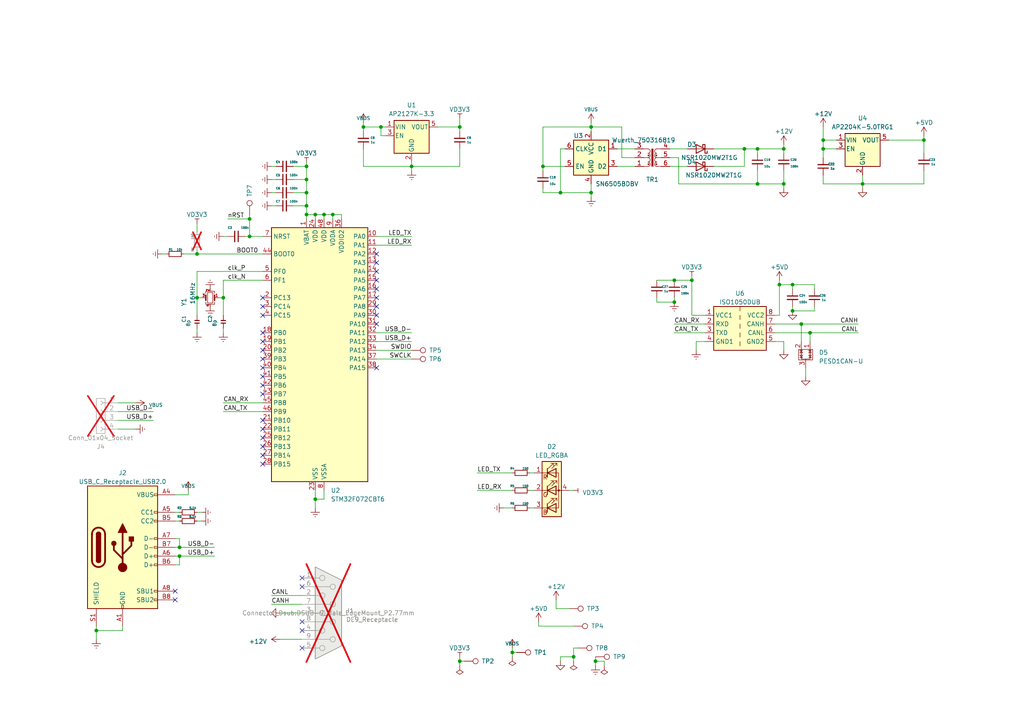
<source format=kicad_sch>
(kicad_sch (version 20230121) (generator eeschema)
  (paper "A4")
  (junction (at 200.66 81.28))
  (junction (at 172.72 191.77))
  (junction (at 57.15 73.66))
  (junction (at 148.59 189.23))
  (junction (at 119.38 48.26))
  (junction (at 93.98 62.23))
  (junction (at 229.87 82.55))
  (junction (at 88.9 55.88))
  (junction (at 219.71 53.34))
  (junction (at 171.45 55.88))
  (junction (at 72.39 68.58))
  (junction (at 52.07 161.29))
  (junction (at 57.15 86.36))
  (junction (at 219.71 43.18))
  (junction (at 88.9 48.26))
  (junction (at 234.95 96.52))
  (junction (at 72.39 63.5))
  (junction (at 162.56 55.88))
  (junction (at 96.52 62.23))
  (junction (at 171.45 36.83))
  (junction (at 195.58 87.63))
  (junction (at 52.07 158.75))
  (junction (at 232.41 93.98))
  (junction (at 227.33 53.34))
  (junction (at 238.76 40.64))
  (junction (at 88.9 62.23))
  (junction (at 195.58 81.28))
  (junction (at 250.19 53.34))
  (junction (at 267.97 40.64))
  (junction (at 238.76 43.18))
  (junction (at 166.37 190.5))
  (junction (at 88.9 59.69))
  (junction (at 229.87 90.17))
  (junction (at 110.49 36.83))
  (junction (at 227.33 43.18))
  (junction (at 105.41 36.83))
  (junction (at 133.35 191.77))
  (junction (at 226.06 82.55))
  (junction (at 27.94 182.88))
  (junction (at 133.35 36.83))
  (junction (at 157.48 48.26))
  (junction (at 64.77 86.36))
  (junction (at 88.9 52.07))
  (junction (at 91.44 144.78))
  (junction (at 91.44 62.23))
  (junction (at 215.9 43.18))
  (no_connect (at 50.8 171.45))
  (no_connect (at 76.2 99.06))
  (no_connect (at 76.2 96.52))
  (no_connect (at 76.2 86.36))
  (no_connect (at 50.8 173.99))
  (no_connect (at 76.2 111.76))
  (no_connect (at 109.22 88.9))
  (no_connect (at 76.2 124.46))
  (no_connect (at 109.22 81.28))
  (no_connect (at 109.22 73.66))
  (no_connect (at 109.22 83.82))
  (no_connect (at 87.63 187.96))
  (no_connect (at 109.22 78.74))
  (no_connect (at 109.22 76.2))
  (no_connect (at 87.63 182.88))
  (no_connect (at 109.22 86.36))
  (no_connect (at 109.22 106.68))
  (no_connect (at 76.2 109.22))
  (no_connect (at 109.22 91.44))
  (no_connect (at 76.2 129.54))
  (no_connect (at 76.2 88.9))
  (no_connect (at 87.63 167.64))
  (no_connect (at 76.2 127))
  (no_connect (at 76.2 91.44))
  (no_connect (at 76.2 106.68))
  (no_connect (at 87.63 180.34))
  (no_connect (at 76.2 121.92))
  (no_connect (at 87.63 170.18))
  (no_connect (at 76.2 114.3))
  (no_connect (at 76.2 101.6))
  (no_connect (at 109.22 93.98))
  (no_connect (at 76.2 104.14))
  (no_connect (at 76.2 132.08))
  (no_connect (at 76.2 134.62))
  (wire (pts (xy 236.22 90.17) (xy 229.87 90.17)))
  (wire (pts (xy 162.56 190.5) (xy 166.37 190.5)))
  (wire (pts (xy 171.45 53.34) (xy 171.45 55.88)))
  (wire (pts (xy 153.67 137.16) (xy 154.94 137.16)))
  (wire (pts (xy 171.45 36.83) (xy 171.45 38.1)))
  (wire (pts (xy 88.9 62.23) (xy 91.44 62.23)))
  (wire (pts (xy 267.97 39.37) (xy 267.97 40.64)))
  (wire (pts (xy 257.81 40.64) (xy 267.97 40.64)))
  (wire (pts (xy 119.38 46.99) (xy 119.38 48.26)))
  (wire (pts (xy 250.19 50.8) (xy 250.19 53.34)))
  (wire (pts (xy 133.35 43.18) (xy 133.35 48.26)))
  (wire (pts (xy 161.29 176.53) (xy 165.1 176.53)))
  (wire (pts (xy 46.99 73.66) (xy 48.26 73.66)))
  (wire (pts (xy 93.98 142.24) (xy 93.98 144.78)))
  (wire (pts (xy 250.19 53.34) (xy 238.76 53.34)))
  (wire (pts (xy 234.95 96.52) (xy 224.79 96.52)))
  (wire (pts (xy 50.8 158.75) (xy 52.07 158.75)))
  (wire (pts (xy 93.98 62.23) (xy 96.52 62.23)))
  (wire (pts (xy 133.35 191.77) (xy 133.35 193.04)))
  (wire (pts (xy 162.56 55.88) (xy 171.45 55.88)))
  (wire (pts (xy 138.43 137.16) (xy 148.59 137.16)))
  (wire (pts (xy 238.76 40.64) (xy 242.57 40.64)))
  (wire (pts (xy 238.76 43.18) (xy 238.76 45.72)))
  (wire (pts (xy 85.09 52.07) (xy 88.9 52.07)))
  (wire (pts (xy 157.48 48.26) (xy 157.48 36.83)))
  (wire (pts (xy 201.93 99.06) (xy 201.93 101.6)))
  (wire (pts (xy 35.56 181.61) (xy 35.56 182.88)))
  (wire (pts (xy 119.38 48.26) (xy 119.38 49.53)))
  (wire (pts (xy 184.15 45.72) (xy 180.34 45.72)))
  (wire (pts (xy 88.9 59.69) (xy 88.9 62.23)))
  (wire (pts (xy 64.77 119.38) (xy 76.2 119.38)))
  (wire (pts (xy 57.15 96.52) (xy 57.15 95.25)))
  (wire (pts (xy 71.12 68.58) (xy 72.39 68.58)))
  (wire (pts (xy 219.71 53.34) (xy 227.33 53.34)))
  (wire (pts (xy 224.79 99.06) (xy 227.33 99.06)))
  (wire (pts (xy 88.9 55.88) (xy 88.9 59.69)))
  (wire (pts (xy 156.21 181.61) (xy 166.37 181.61)))
  (wire (pts (xy 200.66 91.44) (xy 204.47 91.44)))
  (wire (pts (xy 157.48 55.88) (xy 162.56 55.88)))
  (wire (pts (xy 194.31 45.72) (xy 196.85 45.72)))
  (wire (pts (xy 119.38 68.58) (xy 109.22 68.58)))
  (wire (pts (xy 236.22 82.55) (xy 229.87 82.55)))
  (wire (pts (xy 105.41 36.83) (xy 110.49 36.83)))
  (wire (pts (xy 110.49 36.83) (xy 110.49 39.37)))
  (wire (pts (xy 180.34 45.72) (xy 180.34 36.83)))
  (wire (pts (xy 58.42 86.36) (xy 57.15 86.36)))
  (wire (pts (xy 153.67 142.24) (xy 154.94 142.24)))
  (wire (pts (xy 85.09 48.26) (xy 88.9 48.26)))
  (wire (pts (xy 93.98 63.5) (xy 93.98 62.23)))
  (wire (pts (xy 57.15 91.44) (xy 57.15 86.36)))
  (wire (pts (xy 53.34 73.66) (xy 57.15 73.66)))
  (wire (pts (xy 195.58 87.63) (xy 195.58 86.36)))
  (wire (pts (xy 227.33 49.53) (xy 227.33 53.34)))
  (wire (pts (xy 133.35 191.77) (xy 133.35 190.5)))
  (wire (pts (xy 190.5 87.63) (xy 195.58 87.63)))
  (wire (pts (xy 200.66 80.01) (xy 200.66 81.28)))
  (wire (pts (xy 157.48 48.26) (xy 157.48 49.53)))
  (wire (pts (xy 66.04 63.5) (xy 72.39 63.5)))
  (wire (pts (xy 54.61 143.51) (xy 50.8 143.51)))
  (wire (pts (xy 72.39 62.23) (xy 72.39 63.5)))
  (wire (pts (xy 58.42 151.13) (xy 57.15 151.13)))
  (wire (pts (xy 34.29 121.92) (xy 44.45 121.92)))
  (wire (pts (xy 85.09 55.88) (xy 88.9 55.88)))
  (wire (pts (xy 248.92 96.52) (xy 234.95 96.52)))
  (wire (pts (xy 200.66 81.28) (xy 200.66 91.44)))
  (wire (pts (xy 157.48 36.83) (xy 171.45 36.83)))
  (wire (pts (xy 227.33 44.45) (xy 227.33 43.18)))
  (wire (pts (xy 119.38 71.12) (xy 109.22 71.12)))
  (wire (pts (xy 110.49 36.83) (xy 111.76 36.83)))
  (wire (pts (xy 229.87 90.17) (xy 229.87 88.9)))
  (wire (pts (xy 50.8 151.13) (xy 52.07 151.13)))
  (wire (pts (xy 236.22 88.9) (xy 236.22 90.17)))
  (wire (pts (xy 195.58 93.98) (xy 204.47 93.98)))
  (wire (pts (xy 91.44 144.78) (xy 91.44 147.32)))
  (wire (pts (xy 234.95 96.52) (xy 234.95 99.06)))
  (wire (pts (xy 232.41 93.98) (xy 232.41 99.06)))
  (wire (pts (xy 194.31 48.26) (xy 199.39 48.26)))
  (wire (pts (xy 96.52 62.23) (xy 99.06 62.23)))
  (wire (pts (xy 166.37 190.5) (xy 166.37 191.77)))
  (wire (pts (xy 195.58 96.52) (xy 204.47 96.52)))
  (wire (pts (xy 57.15 64.77) (xy 57.15 67.31)))
  (wire (pts (xy 226.06 81.28) (xy 226.06 82.55)))
  (wire (pts (xy 111.76 39.37) (xy 110.49 39.37)))
  (wire (pts (xy 52.07 163.83) (xy 52.07 161.29)))
  (wire (pts (xy 52.07 158.75) (xy 62.23 158.75)))
  (wire (pts (xy 64.77 116.84) (xy 76.2 116.84)))
  (wire (pts (xy 166.37 142.24) (xy 165.1 142.24)))
  (wire (pts (xy 233.68 106.68) (xy 233.68 109.22)))
  (wire (pts (xy 96.52 63.5) (xy 96.52 62.23)))
  (wire (pts (xy 219.71 43.18) (xy 215.9 43.18)))
  (wire (pts (xy 133.35 48.26) (xy 119.38 48.26)))
  (wire (pts (xy 171.45 35.56) (xy 171.45 36.83)))
  (wire (pts (xy 215.9 43.18) (xy 207.01 43.18)))
  (wire (pts (xy 39.37 116.84) (xy 34.29 116.84)))
  (wire (pts (xy 99.06 63.5) (xy 99.06 62.23)))
  (wire (pts (xy 50.8 156.21) (xy 52.07 156.21)))
  (wire (pts (xy 227.33 99.06) (xy 227.33 101.6)))
  (wire (pts (xy 171.45 57.15) (xy 171.45 55.88)))
  (wire (pts (xy 224.79 91.44) (xy 226.06 91.44)))
  (wire (pts (xy 93.98 144.78) (xy 91.44 144.78)))
  (wire (pts (xy 148.59 189.23) (xy 149.86 189.23)))
  (wire (pts (xy 78.74 48.26) (xy 80.01 48.26)))
  (wire (pts (xy 64.77 91.44) (xy 64.77 86.36)))
  (wire (pts (xy 204.47 99.06) (xy 201.93 99.06)))
  (wire (pts (xy 196.85 45.72) (xy 196.85 53.34)))
  (wire (pts (xy 148.59 190.5) (xy 148.59 189.23)))
  (wire (pts (xy 109.22 96.52) (xy 119.38 96.52)))
  (wire (pts (xy 133.35 191.77) (xy 134.62 191.77)))
  (wire (pts (xy 190.5 86.36) (xy 190.5 87.63)))
  (wire (pts (xy 85.09 59.69) (xy 88.9 59.69)))
  (wire (pts (xy 162.56 43.18) (xy 162.56 55.88)))
  (wire (pts (xy 72.39 68.58) (xy 76.2 68.58)))
  (wire (pts (xy 146.05 147.32) (xy 148.59 147.32)))
  (wire (pts (xy 52.07 161.29) (xy 62.23 161.29)))
  (wire (pts (xy 148.59 189.23) (xy 148.59 187.96)))
  (wire (pts (xy 27.94 182.88) (xy 27.94 185.42)))
  (wire (pts (xy 267.97 40.64) (xy 267.97 44.45)))
  (wire (pts (xy 64.77 81.28) (xy 76.2 81.28)))
  (wire (pts (xy 78.74 172.72) (xy 87.63 172.72)))
  (wire (pts (xy 179.07 48.26) (xy 184.15 48.26)))
  (wire (pts (xy 175.26 191.77) (xy 175.26 193.04)))
  (wire (pts (xy 105.41 43.18) (xy 105.41 48.26)))
  (wire (pts (xy 105.41 35.56) (xy 105.41 36.83)))
  (wire (pts (xy 226.06 82.55) (xy 226.06 91.44)))
  (wire (pts (xy 236.22 83.82) (xy 236.22 82.55)))
  (wire (pts (xy 39.37 124.46) (xy 34.29 124.46)))
  (wire (pts (xy 57.15 78.74) (xy 76.2 78.74)))
  (wire (pts (xy 34.29 119.38) (xy 44.45 119.38)))
  (wire (pts (xy 58.42 148.59) (xy 57.15 148.59)))
  (wire (pts (xy 52.07 156.21) (xy 52.07 158.75)))
  (wire (pts (xy 27.94 181.61) (xy 27.94 182.88)))
  (wire (pts (xy 248.92 93.98) (xy 232.41 93.98)))
  (wire (pts (xy 163.83 48.26) (xy 157.48 48.26)))
  (wire (pts (xy 207.01 48.26) (xy 215.9 48.26)))
  (wire (pts (xy 250.19 53.34) (xy 250.19 54.61)))
  (wire (pts (xy 64.77 86.36) (xy 63.5 86.36)))
  (wire (pts (xy 78.74 175.26) (xy 87.63 175.26)))
  (wire (pts (xy 109.22 101.6) (xy 119.38 101.6)))
  (wire (pts (xy 227.33 41.91) (xy 227.33 43.18)))
  (wire (pts (xy 105.41 36.83) (xy 105.41 38.1)))
  (wire (pts (xy 227.33 53.34) (xy 227.33 54.61)))
  (wire (pts (xy 127 36.83) (xy 133.35 36.83)))
  (wire (pts (xy 133.35 36.83) (xy 133.35 38.1)))
  (wire (pts (xy 109.22 104.14) (xy 119.38 104.14)))
  (wire (pts (xy 50.8 163.83) (xy 52.07 163.83)))
  (wire (pts (xy 180.34 36.83) (xy 171.45 36.83)))
  (wire (pts (xy 238.76 43.18) (xy 242.57 43.18)))
  (wire (pts (xy 167.64 187.96) (xy 166.37 187.96)))
  (wire (pts (xy 64.77 81.28) (xy 64.77 86.36)))
  (wire (pts (xy 232.41 93.98) (xy 224.79 93.98)))
  (wire (pts (xy 267.97 49.53) (xy 267.97 53.34)))
  (wire (pts (xy 88.9 62.23) (xy 88.9 63.5)))
  (wire (pts (xy 172.72 191.77) (xy 175.26 191.77)))
  (wire (pts (xy 172.72 193.04) (xy 172.72 191.77)))
  (wire (pts (xy 162.56 191.77) (xy 162.56 190.5)))
  (wire (pts (xy 35.56 182.88) (xy 27.94 182.88)))
  (wire (pts (xy 88.9 46.99) (xy 88.9 48.26)))
  (wire (pts (xy 157.48 54.61) (xy 157.48 55.88)))
  (wire (pts (xy 194.31 43.18) (xy 199.39 43.18)))
  (wire (pts (xy 172.72 190.5) (xy 172.72 191.77)))
  (wire (pts (xy 50.8 161.29) (xy 52.07 161.29)))
  (wire (pts (xy 105.41 48.26) (xy 119.38 48.26)))
  (wire (pts (xy 219.71 44.45) (xy 219.71 43.18)))
  (wire (pts (xy 133.35 34.29) (xy 133.35 36.83)))
  (wire (pts (xy 72.39 63.5) (xy 72.39 68.58)))
  (wire (pts (xy 190.5 81.28) (xy 195.58 81.28)))
  (wire (pts (xy 78.74 59.69) (xy 80.01 59.69)))
  (wire (pts (xy 57.15 78.74) (xy 57.15 86.36)))
  (wire (pts (xy 81.28 177.8) (xy 87.63 177.8)))
  (wire (pts (xy 238.76 50.8) (xy 238.76 53.34)))
  (wire (pts (xy 78.74 52.07) (xy 80.01 52.07)))
  (wire (pts (xy 57.15 73.66) (xy 57.15 72.39)))
  (wire (pts (xy 250.19 53.34) (xy 267.97 53.34)))
  (wire (pts (xy 166.37 187.96) (xy 166.37 190.5)))
  (wire (pts (xy 64.77 68.58) (xy 66.04 68.58)))
  (wire (pts (xy 195.58 81.28) (xy 200.66 81.28)))
  (wire (pts (xy 91.44 62.23) (xy 93.98 62.23)))
  (wire (pts (xy 179.07 43.18) (xy 184.15 43.18)))
  (wire (pts (xy 54.61 142.24) (xy 54.61 143.51)))
  (wire (pts (xy 196.85 53.34) (xy 219.71 53.34)))
  (wire (pts (xy 81.28 185.42) (xy 87.63 185.42)))
  (wire (pts (xy 156.21 180.34) (xy 156.21 181.61)))
  (wire (pts (xy 64.77 96.52) (xy 64.77 95.25)))
  (wire (pts (xy 88.9 48.26) (xy 88.9 52.07)))
  (wire (pts (xy 215.9 48.26) (xy 215.9 43.18)))
  (wire (pts (xy 219.71 43.18) (xy 227.33 43.18)))
  (wire (pts (xy 238.76 40.64) (xy 238.76 43.18)))
  (wire (pts (xy 161.29 173.99) (xy 161.29 176.53)))
  (wire (pts (xy 153.67 147.32) (xy 154.94 147.32)))
  (wire (pts (xy 229.87 82.55) (xy 229.87 83.82)))
  (wire (pts (xy 91.44 63.5) (xy 91.44 62.23)))
  (wire (pts (xy 238.76 36.83) (xy 238.76 40.64)))
  (wire (pts (xy 88.9 52.07) (xy 88.9 55.88)))
  (wire (pts (xy 50.8 148.59) (xy 52.07 148.59)))
  (wire (pts (xy 163.83 43.18) (xy 162.56 43.18)))
  (wire (pts (xy 109.22 99.06) (xy 119.38 99.06)))
  (wire (pts (xy 219.71 49.53) (xy 219.71 53.34)))
  (wire (pts (xy 138.43 142.24) (xy 148.59 142.24)))
  (wire (pts (xy 91.44 142.24) (xy 91.44 144.78)))
  (wire (pts (xy 229.87 82.55) (xy 226.06 82.55)))
  (wire (pts (xy 78.74 55.88) (xy 80.01 55.88)))
  (wire (pts (xy 57.15 73.66) (xy 76.2 73.66)))
  (label "USB_D-" (at 119.38 96.52 180))
  (label "CANH" (at 78.74 175.26 0))
  (label "USB_D-" (at 62.23 158.75 180))
  (label "LED_RX" (at 138.43 142.24 0))
  (label "LED_RX" (at 119.38 71.12 180))
  (label "LED_TX" (at 138.43 137.16 0))
  (label "BOOT0" (at 68.58 73.66 0))
  (label "CANL" (at 248.92 96.52 180))
  (label "clk_N" (at 66.04 81.28 0))
  (label "CAN_RX" (at 64.77 116.84 0))
  (label "CAN_TX" (at 64.77 119.38 0))
  (label "clk_P" (at 66.04 78.74 0))
  (label "USB_D+" (at 44.45 121.92 180))
  (label "USB_D+" (at 119.38 99.06 180))
  (label "SWCLK" (at 119.38 104.14 180))
  (label "CANL" (at 78.74 172.72 0))
  (label "CANH" (at 248.92 93.98 180))
  (label "USB_D+" (at 62.23 161.29 180))
  (label "LED_TX" (at 119.38 68.58 180))
  (label "CAN_RX" (at 195.58 93.98 0))
  (label "USB_D-" (at 44.45 119.38 180))
  (label "nRST" (at 66.04 63.5 0))
  (label "CAN_TX" (at 195.58 96.52 0))
  (label "SWDIO" (at 119.38 101.6 180))
  (symbol (lib_id "Diode:NSR0340HT1G") (at 203.2 43.18 180) (unit 1)
    (property "Reference" "D3" (at 200.66 41.91 0))
    (property "Value" "NSR1020MW2T1G" (at 205.74 45.72 0))
    (property "Footprint" "Diode_SMD:D_SOD-323" (effects hide))
    (property "Datasheet" "https://www.onsemi.com/pdf/datasheet/nsr1020mw2t1-d.pdf" (effects hide))
    (property "LCSC" "C116953" (effects hide))
    (property "Mfr" "Onsemi" (effects hide))
    (property "PN" "NSR1020MW2T1G" (effects hide))
  )
  (symbol (lib_id "Device:C_Small") (at 157.48 52.07 0) (unit 1)
    (property "Reference" "C18" (at 159.385 51.435 0) (effects (font (size 0.6 0.6)) (justify left)))
    (property "Value" "10u" (at 159.385 53.34 0) (effects (font (size 0.6 0.6)) (justify left)))
    (property "Footprint" "Capacitor_SMD:C_0603_1608Metric" (effects hide))
    (property "PN" "CC0603MRX5R7BB106" (effects hide))
    (property "LCSC" "C109457" (effects hide))
    (property "V" "16V" (effects hide))
    (property "Mfr" "Yageo" (effects hide))
  )
  (symbol (lib_id "XING_6:VD3V3") (at 133.35 189.23 0) (unit 1) (in_bom no) (on_board no)
    (property "Reference" "#PWR014" (effects hide))
    (property "Value" "VD3V3" (at 133.35 187.96 0))
  )
  (symbol (lib_id "power:Earth") (at 78.74 52.07 270) (unit 1)
    (property "Reference" "#PWR08" (effects hide))
    (property "Value" "GND" (effects hide))
  )
  (symbol (lib_id "power:VBUS") (at 39.37 116.84 270) (unit 1)
    (property "Reference" "#PWR027" (effects hide))
    (property "Value" "VUSB" (at 43.18 117.475 90) (effects (font (size 1 1)) (justify left)))
  )
  (symbol (lib_id "power:+12V") (at 81.28 185.42 90) (unit 1)
    (property "Reference" "#PWR026" (effects hide))
    (property "Value" "+12V" (at 77.47 186.055 90) (effects (justify left)))
  )
  (symbol (lib_id "Device:R_Small") (at 54.61 148.59 90) (unit 1)
    (property "Reference" "R2" (at 52.07 147.32 90) (effects (font (size 0.6 0.6))))
    (property "Value" "5.1k" (at 55.88 147.32 90) (effects (font (size 0.6 0.6))))
    (property "Footprint" "Resistor_SMD:R_0603_1608Metric" (effects hide))
    (property "PN" "RC0603FR-075K1L" (effects hide))
    (property "LCSC" "C105580" (effects hide))
    (property "Mfr" "Yageo" (effects hide))
  )
  (symbol (lib_id "XING_6:Cap") (at 64.77 95.25 180) (unit 1)
    (property "Reference" "C2" (at 60.96 91.44 90) (effects (font (size 1 1)) (justify left)))
    (property "Value" "8p" (at 62.23 92.71 90) (effects (font (size 1 1)) (justify left)))
    (property "Footprint" "Capacitor_SMD:C_0603_1608Metric" (effects hide))
    (property "Datasheet" "https://datasheet.lcsc.com/lcsc/2105241335_YAGEO-AC0603DRNPO9BN8R0_C726543.pdf" (effects hide))
    (property "PN" "AC0603DRNPO9BN8R0" (effects hide))
    (property "LCSC" "C726543" (effects hide))
    (property "Mfr" "Yageo" (effects hide))
  )
  (symbol (lib_id "Regulator_Linear:AP2127K-3.3") (at 119.38 39.37 0) (unit 1)
    (property "Reference" "U1" (at 119.38 30.48 0))
    (property "Value" "AP2127K-3.3" (at 119.38 33.02 0))
    (property "Footprint" "Package_TO_SOT_SMD:SOT-23-5" (effects hide))
    (property "Datasheet" "https://www.diodes.com/assets/Datasheets/AP2127.pdf" (effects hide))
    (property "LCSC" "C156285" (effects hide))
    (property "Mfr" "Diodes" (effects hide))
    (property "PN" "AP2127K-3.3" (effects hide))
  )
  (symbol (lib_id "XING_6:Cap") (at 57.15 95.25 180) (unit 1)
    (property "Reference" "C1" (at 53.34 91.44 90) (effects (font (size 1 1)) (justify left)))
    (property "Value" "8p" (at 54.61 92.71 90) (effects (font (size 1 1)) (justify left)))
    (property "Footprint" "Capacitor_SMD:C_0603_1608Metric" (effects hide))
    (property "Datasheet" "https://datasheet.lcsc.com/lcsc/2105241335_YAGEO-AC0603DRNPO9BN8R0_C726543.pdf" (effects hide))
    (property "PN" "AC0603DRNPO9BN8R0" (effects hide))
    (property "LCSC" "C726543" (effects hide))
    (property "Mfr" "Yageo" (effects hide))
  )
  (symbol (lib_id "power:Earth") (at 58.42 148.59 90) (unit 1)
    (property "Reference" "#PWR017" (effects hide))
    (property "Value" "GND" (effects hide))
  )
  (symbol (lib_id "Connector:TestPoint") (at 72.39 62.23 0) (unit 1) (in_bom no)
    (property "Reference" "TP7" (at 72.39 57.15 90) (effects (justify left)))
    (property "Value" "TestPoint" (effects hide))
    (property "Footprint" "TestPoint:TestPoint_Pad_D1.0mm" (effects hide))
    (property "LCSC" "N/A" (effects hide))
    (property "Mfr" "N/A" (effects hide))
    (property "PN" "N/A" (effects hide))
  )
  (symbol (lib_id "Device:C_Small") (at 238.76 48.26 180) (unit 1)
    (property "Reference" "C22" (at 242.0714 47.6074 0) (effects (font (size 0.6 0.6)) (justify left)))
    (property "Value" "1u" (at 242.0714 48.8774 0) (effects (font (size 0.6 0.6)) (justify left)))
    (property "Footprint" "Capacitor_SMD:C_0603_1608Metric" (effects hide))
    (property "PN" "AC0603KRX7R8BB105" (effects hide))
    (property "LCSC" "C726560" (effects hide))
    (property "V" "25v" (effects hide))
    (property "Mfr" "Yageo" (effects hide))
  )
  (symbol (lib_id "Device:C_Small") (at 105.41 40.64 180) (unit 1)
    (property "Reference" "C8" (at 108.7214 39.9874 0) (effects (font (size 0.6 0.6)) (justify left)))
    (property "Value" "1u" (at 108.7214 41.2574 0) (effects (font (size 0.6 0.6)) (justify left)))
    (property "Footprint" "Capacitor_SMD:C_0603_1608Metric" (effects hide))
    (property "PN" "AC0603KRX7R8BB105" (effects hide))
    (property "LCSC" "C726560" (effects hide))
    (property "V" "25v" (effects hide))
    (property "Mfr" "Yageo" (effects hide))
  )
  (symbol (lib_id "XING_6:VD3V3") (at 57.15 63.5 0) (unit 1) (in_bom no) (on_board no)
    (property "Reference" "#PWR039" (effects hide))
    (property "Value" "VD3V3" (at 57.15 62.23 0))
  )
  (symbol (lib_id "Device:Crystal_GND24_Small") (at 60.96 86.36 180) (unit 1)
    (property "Reference" "Y1" (at 53.34 87.63 90))
    (property "Value" "16MHz" (at 55.88 85.09 90))
    (property "Footprint" "Crystal:Crystal_SMD_2520-4Pin_2.5x2.0mm" (effects hide))
    (property "PN" "NX2520SA-16MHZ-STD-CSW-5" (effects hide))
    (property "LCSC" "C280836" (effects hide))
    (property "Mfr" "NDK" (effects hide))
  )
  (symbol (lib_id "power:+12V") (at 227.33 41.91 0) (unit 1)
    (property "Reference" "#PWR045" (effects hide))
    (property "Value" "+12V" (at 227.33 38.1 0))
  )
  (symbol (lib_id "Device:C_Small") (at 195.58 83.82 0) (unit 1)
    (property "Reference" "C25" (at 197.485 83.185 0) (effects (font (size 0.6 0.6)) (justify left)))
    (property "Value" "100n" (at 197.485 85.09 0) (effects (font (size 0.6 0.6)) (justify left)))
    (property "Footprint" "Capacitor_SMD:C_0603_1608Metric" (effects hide))
    (property "PN" "AC0603KRX7R9BB104" (effects hide))
    (property "LCSC" "C149620" (effects hide))
    (property "V" "50V" (effects hide))
    (property "Mfr" "Yageo" (effects hide))
  )
  (symbol (lib_id "power:GNDA") (at 227.33 101.6 0) (unit 1)
    (property "Reference" "#PWR050" (effects hide))
    (property "Value" "GNDA" (effects hide))
  )
  (symbol (lib_id "power:Earth") (at 60.96 83.82 180) (unit 1)
    (property "Reference" "#PWR04" (effects hide))
    (property "Value" "GND" (effects hide))
  )
  (symbol (lib_id "power:Earth") (at 119.38 49.53 0) (unit 1)
    (property "Reference" "#PWR025" (effects hide))
    (property "Value" "GND" (effects hide))
  )
  (symbol (lib_id "Device:C_Small") (at 267.97 46.99 180) (unit 1)
    (property "Reference" "C23" (at 271.2814 46.3374 0) (effects (font (size 0.6 0.6)) (justify left)))
    (property "Value" "1u" (at 271.2814 47.6074 0) (effects (font (size 0.6 0.6)) (justify left)))
    (property "Footprint" "Capacitor_SMD:C_0603_1608Metric" (effects hide))
    (property "PN" "AC0603KRX7R8BB105" (effects hide))
    (property "LCSC" "C726560" (effects hide))
    (property "V" "25v" (effects hide))
    (property "Mfr" "Yageo" (effects hide))
  )
  (symbol (lib_id "power:Earth") (at 64.77 68.58 270) (unit 1)
    (property "Reference" "#PWR06" (effects hide))
    (property "Value" "GND" (effects hide))
  )
  (symbol (lib_id "power:+5VD") (at 226.06 81.28 0) (unit 1)
    (property "Reference" "#PWR048" (effects hide))
    (property "Value" "+5VD" (at 226.06 77.47 0))
  )
  (symbol (lib_id "power:Earth") (at 27.94 185.42 0) (unit 1)
    (property "Reference" "#PWR015" (effects hide))
    (property "Value" "GND" (effects hide))
  )
  (symbol (lib_id "power:Earth") (at 57.15 96.52 0) (unit 1)
    (property "Reference" "#PWR01" (effects hide))
    (property "Value" "GND" (effects hide))
  )
  (symbol (lib_id "power:GNDA") (at 227.33 54.61 0) (unit 1)
    (property "Reference" "#PWR043" (effects hide))
    (property "Value" "GNDA" (effects hide))
  )
  (symbol (lib_id "Device:C_Small") (at 219.71 46.99 0) (unit 1)
    (property "Reference" "C19" (at 221.615 46.355 0) (effects (font (size 0.6 0.6)) (justify left)))
    (property "Value" "10u" (at 221.615 48.26 0) (effects (font (size 0.6 0.6)) (justify left)))
    (property "Footprint" "Capacitor_SMD:C_0603_1608Metric" (effects hide))
    (property "PN" "CC0603MRX5R7BB106" (effects hide))
    (property "LCSC" "C109457" (effects hide))
    (property "V" "16V" (effects hide))
    (property "Mfr" "Yageo" (effects hide))
  )
  (symbol (lib_id "power:VBUS") (at 54.61 142.24 0) (unit 1)
    (property "Reference" "#PWR016" (effects hide))
    (property "Value" "VUSB" (at 54.61 140.97 0) (effects (font (size 1 1))))
  )
  (symbol (lib_id "power:Earth") (at 39.37 124.46 90) (unit 1)
    (property "Reference" "#PWR028" (effects hide))
    (property "Value" "GND" (effects hide))
  )
  (symbol (lib_id "Connector:TestPoint") (at 167.64 187.96 270) (unit 1) (in_bom no)
    (property "Reference" "TP8" (at 172.72 187.96 90) (effects (justify left)))
    (property "Value" "TestPoint" (effects hide))
    (property "Footprint" "TestPoint:TestPoint_Pad_D1.0mm" (effects hide))
    (property "LCSC" "N/A" (effects hide))
    (property "Mfr" "N/A" (effects hide))
    (property "PN" "N/A" (effects hide))
  )
  (symbol (lib_id "Device:C_Small") (at 133.35 40.64 180) (unit 1)
    (property "Reference" "C9" (at 136.6614 39.9874 0) (effects (font (size 0.6 0.6)) (justify left)))
    (property "Value" "1u" (at 136.6614 41.2574 0) (effects (font (size 0.6 0.6)) (justify left)))
    (property "Footprint" "Capacitor_SMD:C_0603_1608Metric" (effects hide))
    (property "PN" "AC0603KRX7R8BB105" (effects hide))
    (property "LCSC" "C726560" (effects hide))
    (property "V" "25v" (effects hide))
    (property "Mfr" "Yageo" (effects hide))
  )
  (symbol (lib_id "power:GNDA") (at 162.56 191.77 0) (unit 1)
    (property "Reference" "#PWR030" (effects hide))
    (property "Value" "GNDA" (effects hide))
  )
  (symbol (lib_id "power:Earth") (at 78.74 48.26 270) (unit 1)
    (property "Reference" "#PWR07" (effects hide))
    (property "Value" "GND" (effects hide))
  )
  (symbol (lib_id "power:Earth") (at 195.58 87.63 0) (unit 1)
    (property "Reference" "#PWR053" (effects hide))
    (property "Value" "GND" (effects hide))
  )
  (symbol (lib_id "Connector:TestPoint") (at 172.72 190.5 270) (unit 1) (in_bom no)
    (property "Reference" "TP9" (at 177.8 190.5 90) (effects (justify left)))
    (property "Value" "TestPoint" (effects hide))
    (property "Footprint" "TestPoint:TestPoint_Pad_D1.0mm" (effects hide))
    (property "LCSC" "N/A" (effects hide))
    (property "Mfr" "N/A" (effects hide))
    (property "PN" "N/A" (effects hide))
  )
  (symbol (lib_id "power:GNDA") (at 233.68 109.22 0) (unit 1)
    (property "Reference" "#PWR049" (effects hide))
    (property "Value" "GNDA" (effects hide))
  )
  (symbol (lib_id "power:PWR_FLAG") (at 175.26 193.04 180) (unit 1)
    (property "Reference" "#FLG04" (effects hide))
    (property "Value" "PWR_FLAG" (effects hide))
  )
  (symbol (lib_id "MCU_ST_STM32F0:STM32F072CBTx") (at 91.44 104.14 0) (unit 1)
    (property "Reference" "U2" (at 95.9359 142.24 0) (effects (justify left)))
    (property "Value" "STM32F072CBT6" (at 95.9359 144.78 0) (effects (justify left)))
    (property "Footprint" "Package_QFP:LQFP-48_7x7mm_P0.5mm" (effects hide))
    (property "Datasheet" "https://www.st.com/resource/en/datasheet/stm32f072cb.pdf" (effects hide))
    (property "LCSC" "C81720" (effects hide))
    (property "Mfr" "ST" (effects hide))
    (property "PN" "STM32F072CBT6" (effects hide))
  )
  (symbol (lib_id "Connector:USB_C_Receptacle_USB2.0") (at 35.56 158.75 0) (unit 1)
    (property "Reference" "J2" (at 35.56 137.16 0))
    (property "Value" "USB_C_Receptacle_USB2.0" (at 35.56 139.7 0))
    (property "Footprint" "Connector_USB:USB_C_Receptacle_XKB_U262-16XN-4BVC11" (effects hide))
    (property "Datasheet" "https://www.usb.org/sites/default/files/documents/usb_type-c.zip" (effects hide))
    (property "LCSC" "C319148" (effects hide))
    (property "PN" "U262-161N-4BVC11" (effects hide))
    (property "Mfr" "XKB" (effects hide))
  )
  (symbol (lib_id "power:Earth") (at 172.72 193.04 0) (unit 1)
    (property "Reference" "#PWR040" (effects hide))
    (property "Value" "GND" (effects hide))
  )
  (symbol (lib_id "Diode:NSR0340HT1G") (at 203.2 48.26 180) (unit 1)
    (property "Reference" "D4" (at 200.66 46.99 0))
    (property "Value" "NSR1020MW2T1G" (at 207.01 50.8 0))
    (property "Footprint" "Diode_SMD:D_SOD-323" (effects hide))
    (property "Datasheet" "https://www.onsemi.com/pdf/datasheet/nsr1020mw2t1-d.pdf" (effects hide))
    (property "LCSC" "C116953" (effects hide))
    (property "Mfr" "Onsemi" (effects hide))
    (property "PN" "NSR1020MW2T1G" (effects hide))
  )
  (symbol (lib_id "power:PWR_FLAG") (at 148.59 190.5 180) (unit 1)
    (property "Reference" "#FLG01" (effects hide))
    (property "Value" "PWR_FLAG" (effects hide))
  )
  (symbol (lib_id "Device:R_Small") (at 151.13 147.32 90) (unit 1)
    (property "Reference" "R6" (at 148.59 146.05 90) (effects (font (size 0.6 0.6))))
    (property "Value" "150" (at 152.4 146.05 90) (effects (font (size 0.6 0.6))))
    (property "Footprint" "Resistor_SMD:R_0603_1608Metric" (effects hide))
    (property "PN" "RC0603FR-07150RL" (effects hide))
    (property "LCSC" "C114608" (effects hide))
    (property "Mfr" "Yageo" (effects hide))
  )
  (symbol (lib_id "power:GNDA") (at 229.87 90.17 0) (unit 1)
    (property "Reference" "#PWR051" (effects hide))
    (property "Value" "GNDA" (effects hide))
  )
  (symbol (lib_id "power:Earth") (at 201.93 101.6 0) (unit 1)
    (property "Reference" "#PWR054" (effects hide))
    (property "Value" "GND" (effects hide))
  )
  (symbol (lib_id "power:Earth") (at 146.05 147.32 270) (unit 1)
    (property "Reference" "#PWR037" (effects hide))
    (property "Value" "GND" (effects hide))
  )
  (symbol (lib_id "power:Earth") (at 91.44 147.32 0) (unit 1)
    (property "Reference" "#PWR012" (effects hide))
    (property "Value" "GND" (effects hide))
  )
  (symbol (lib_id "Device:C_Small") (at 82.55 52.07 90) (unit 1)
    (property "Reference" "C5" (at 81.28 50.8 90) (effects (font (size 0.6 0.6)) (justify left)))
    (property "Value" "100n" (at 86.36 50.8 90) (effects (font (size 0.6 0.6)) (justify left)))
    (property "Footprint" "Capacitor_SMD:C_0603_1608Metric" (effects hide))
    (property "PN" "AC0603KRX7R9BB104" (effects hide))
    (property "LCSC" "C149620" (effects hide))
    (property "V" "50V" (effects hide))
    (property "Mfr" "Yageo" (effects hide))
  )
  (symbol (lib_id "Device:R_Small") (at 151.13 137.16 90) (unit 1)
    (property "Reference" "R4" (at 148.59 135.89 90) (effects (font (size 0.6 0.6))))
    (property "Value" "150" (at 152.4 135.89 90) (effects (font (size 0.6 0.6))))
    (property "Footprint" "Resistor_SMD:R_0603_1608Metric" (effects hide))
    (property "PN" "RC0603FR-07150RL" (effects hide))
    (property "LCSC" "C114608" (effects hide))
    (property "Mfr" "Yageo" (effects hide))
  )
  (symbol (lib_id "power:Earth") (at 78.74 59.69 270) (unit 1)
    (property "Reference" "#PWR010" (effects hide))
    (property "Value" "GND" (effects hide))
  )
  (symbol (lib_id "power:+12V") (at 238.76 36.83 0) (unit 1)
    (property "Reference" "#PWR046" (effects hide))
    (property "Value" "+12V" (at 238.76 33.02 0))
  )
  (symbol (lib_id "power:Earth") (at 64.77 96.52 0) (unit 1)
    (property "Reference" "#PWR02" (effects hide))
    (property "Value" "GND" (effects hide))
  )
  (symbol (lib_id "Device:C_Small") (at 82.55 55.88 90) (unit 1)
    (property "Reference" "C6" (at 81.28 54.61 90) (effects (font (size 0.6 0.6)) (justify left)))
    (property "Value" "100n" (at 86.36 54.61 90) (effects (font (size 0.6 0.6)) (justify left)))
    (property "Footprint" "Capacitor_SMD:C_0603_1608Metric" (effects hide))
    (property "PN" "AC0603KRX7R9BB104" (effects hide))
    (property "LCSC" "C149620" (effects hide))
    (property "V" "50V" (effects hide))
    (property "Mfr" "Yageo" (effects hide))
  )
  (symbol (lib_id "Device:C_Small") (at 229.87 86.36 0) (unit 1)
    (property "Reference" "C24" (at 231.775 85.725 0) (effects (font (size 0.6 0.6)) (justify left)))
    (property "Value" "100n" (at 231.775 87.63 0) (effects (font (size 0.6 0.6)) (justify left)))
    (property "Footprint" "Capacitor_SMD:C_0603_1608Metric" (effects hide))
    (property "PN" "AC0603KRX7R9BB104" (effects hide))
    (property "LCSC" "C149620" (effects hide))
    (property "V" "50V" (effects hide))
    (property "Mfr" "Yageo" (effects hide))
  )
  (symbol (lib_id "Interface_CAN_LIN:ISO1050DUB") (at 214.63 93.98 0) (unit 1)
    (property "Reference" "U6" (at 214.63 85.09 0))
    (property "Value" "ISO1050DUB" (at 214.63 87.63 0))
    (property "Footprint" "Package_SO:SOP-8_6.62x9.15mm_P2.54mm" (effects hide))
    (property "Datasheet" "http://www.ti.com/lit/ds/symlink/iso1050.pdf" (effects hide))
    (property "LCSC" "C16428" (effects hide))
    (property "Mfr" "TI" (effects hide))
    (property "PN" "ISO1050DUB" (effects hide))
  )
  (symbol (lib_id "Device:C_Small") (at 82.55 59.69 90) (unit 1)
    (property "Reference" "C7" (at 81.28 58.42 90) (effects (font (size 0.6 0.6)) (justify left)))
    (property "Value" "100n" (at 86.36 58.42 90) (effects (font (size 0.6 0.6)) (justify left)))
    (property "Footprint" "Capacitor_SMD:C_0603_1608Metric" (effects hide))
    (property "PN" "AC0603KRX7R9BB104" (effects hide))
    (property "LCSC" "C149620" (effects hide))
    (property "V" "50V" (effects hide))
    (property "Mfr" "Yageo" (effects hide))
  )
  (symbol (lib_id "power:+12V") (at 161.29 173.99 0) (unit 1)
    (property "Reference" "#PWR029" (effects hide))
    (property "Value" "+12V" (at 161.29 170.18 0))
  )
  (symbol (lib_id "power:Earth") (at 171.45 57.15 0) (unit 1)
    (property "Reference" "#PWR041" (effects hide))
    (property "Value" "GND" (effects hide))
  )
  (symbol (lib_id "Connector:TestPoint") (at 119.38 104.14 270) (unit 1) (in_bom no)
    (property "Reference" "TP6" (at 124.46 104.14 90) (effects (justify left)))
    (property "Value" "TestPoint" (effects hide))
    (property "Footprint" "TestPoint:TestPoint_Pad_D1.0mm" (effects hide))
    (property "LCSC" "N/A" (effects hide))
    (property "Mfr" "N/A" (effects hide))
    (property "PN" "N/A" (effects hide))
  )
  (symbol (lib_id "Connector:TestPoint") (at 119.38 101.6 270) (unit 1) (in_bom no)
    (property "Reference" "TP5" (at 124.46 101.6 90) (effects (justify left)))
    (property "Value" "TestPoint" (effects hide))
    (property "Footprint" "TestPoint:TestPoint_Pad_D1.0mm" (effects hide))
    (property "LCSC" "N/A" (effects hide))
    (property "Mfr" "N/A" (effects hide))
    (property "PN" "N/A" (effects hide))
  )
  (symbol (lib_id "Device:C_Small") (at 236.22 86.36 180) (unit 1)
    (property "Reference" "C26" (at 239.5314 85.7074 0) (effects (font (size 0.6 0.6)) (justify left)))
    (property "Value" "1u" (at 239.5314 86.9774 0) (effects (font (size 0.6 0.6)) (justify left)))
    (property "Footprint" "Capacitor_SMD:C_0603_1608Metric" (effects hide))
    (property "PN" "AC0603KRX7R8BB105" (effects hide))
    (property "LCSC" "C726560" (effects hide))
    (property "V" "25v" (effects hide))
    (property "Mfr" "Yageo" (effects hide))
  )
  (symbol (lib_id "Device:R_Small") (at 50.8 73.66 90) (unit 1)
    (property "Reference" "R1" (at 49.53 72.39 90) (effects (font (size 0.6 0.6))))
    (property "Value" "10k" (at 52.07 72.39 90) (effects (font (size 0.6 0.6))))
    (property "Footprint" "Resistor_SMD:R_0603_1608Metric" (effects hide))
    (property "PN" "RC0603FR-0710KL" (effects hide))
    (property "LCSC" "C98220" (effects hide))
    (property "Mfr" "Yageo" (effects hide))
  )
  (symbol (lib_id "0_Terry:Wuerth_750316819") (at 189.23 45.72 0) (mirror x) (unit 1)
    (property "Reference" "TR1" (at 189.23 52.07 0))
    (property "Value" "Wuerth_750316819" (at 186.69 40.64 0))
    (property "Footprint" "Transformer_SMD:Transformer_Wuerth_750315371" (effects hide))
    (property "Datasheet" "https://www.mouser.tw/datasheet/2/445/750316819-3096520.pdf" (effects hide))
    (property "LCSC" "C5184245" (effects hide))
    (property "Mfr" "Wurth" (effects hide))
    (property "PN" "Wuerth_750316819" (effects hide))
  )
  (symbol (lib_id "XING_6:VD3V3") (at 88.9 45.72 0) (unit 1) (in_bom no) (on_board no)
    (property "Reference" "#PWR011" (effects hide))
    (property "Value" "VD3V3" (at 88.9 44.45 0))
  )
  (symbol (lib_id "Device:C_Small") (at 190.5 83.82 180) (unit 1)
    (property "Reference" "C27" (at 193.8114 83.1674 0) (effects (font (size 0.6 0.6)) (justify left)))
    (property "Value" "1u" (at 193.8114 84.4374 0) (effects (font (size 0.6 0.6)) (justify left)))
    (property "Footprint" "Capacitor_SMD:C_0603_1608Metric" (effects hide))
    (property "PN" "AC0603KRX7R8BB105" (effects hide))
    (property "LCSC" "C726560" (effects hide))
    (property "V" "25v" (effects hide))
    (property "Mfr" "Yageo" (effects hide))
  )
  (symbol (lib_id "power:PWR_FLAG") (at 133.35 193.04 180) (unit 1)
    (property "Reference" "#FLG02" (effects hide))
    (property "Value" "PWR_FLAG" (effects hide))
  )
  (symbol (lib_id "Device:LED_RGBA") (at 160.02 142.24 0) (unit 1)
    (property "Reference" "D2" (at 160.02 129.54 0))
    (property "Value" "LED_RGBA" (at 160.02 132.08 0))
    (property "Footprint" "LED_SMD:LED_LiteOn_LTST-C19HE1WT" (effects hide))
    (property "Datasheet" "https://datasheet.lcsc.com/lcsc/2204251545_Lite-On-LTST-C19HE1WT_C458749.pdf" (effects hide))
    (property "LCSC" "C458749" (effects hide))
    (property "PN" "LTST-C19HE1WT" (effects hide))
    (property "Mfr" "Lite-On" (effects hide))
  )
  (symbol (lib_id "XING_6:VD3V3") (at 167.64 142.24 270) (unit 1) (in_bom no) (on_board no)
    (property "Reference" "#PWR038" (effects hide))
    (property "Value" "VD3V3" (at 168.91 142.875 90) (effects (justify left)))
  )
  (symbol (lib_id "power:VBUS") (at 148.59 187.96 0) (unit 1)
    (property "Reference" "#PWR013" (effects hide))
    (property "Value" "VUSB" (at 148.59 186.69 0) (effects (font (size 1 1))))
  )
  (symbol (lib_id "0_Terry:PESD1CAN-U") (at 234.95 99.06 270) (unit 1)
    (property "Reference" "D5" (at 237.49 102.235 90) (effects (justify left)))
    (property "Value" "PESD1CAN-U" (at 237.49 104.775 90) (effects (justify left)))
    (property "Footprint" "Package_TO_SOT_SMD:SOT-323_SC-70" (effects hide))
    (property "Datasheet" "https://assets.nexperia.com/documents/data-sheet/PESD1CAN-U.pdf" (effects hide))
    (property "LCSC" "C152727" (effects hide))
    (property "Mfr" "Nexperia" (effects hide))
    (property "PN" "PESD1CAN-U" (effects hide))
  )
  (symbol (lib_id "power:Earth") (at 58.42 151.13 90) (unit 1)
    (property "Reference" "#PWR018" (effects hide))
    (property "Value" "GND" (effects hide))
  )
  (symbol (lib_id "Connector:TestPoint") (at 166.37 181.61 270) (unit 1) (in_bom no)
    (property "Reference" "TP4" (at 171.45 181.61 90) (effects (justify left)))
    (property "Value" "TestPoint" (effects hide))
    (property "Footprint" "TestPoint:TestPoint_Pad_D1.0mm" (effects hide))
    (property "LCSC" "N/A" (effects hide))
    (property "Mfr" "N/A" (effects hide))
    (property "PN" "N/A" (effects hide))
  )
  (symbol (lib_id "Device:C_Small") (at 227.33 46.99 0) (unit 1)
    (property "Reference" "C20" (at 229.235 46.355 0) (effects (font (size 0.6 0.6)) (justify left)))
    (property "Value" "100n" (at 229.235 48.26 0) (effects (font (size 0.6 0.6)) (justify left)))
    (property "Footprint" "Capacitor_SMD:C_0603_1608Metric" (effects hide))
    (property "PN" "AC0603KRX7R9BB104" (effects hide))
    (property "LCSC" "C149620" (effects hide))
    (property "V" "50V" (effects hide))
    (property "Mfr" "Yageo" (effects hide))
  )
  (symbol (lib_id "power:VBUS") (at 171.45 35.56 0) (unit 1)
    (property "Reference" "#PWR042" (effects hide))
    (property "Value" "VUSB" (at 171.45 31.75 0) (effects (font (size 1 1))))
  )
  (symbol (lib_id "power:PWR_FLAG") (at 166.37 191.77 180) (unit 1)
    (property "Reference" "#FLG03" (effects hide))
    (property "Value" "PWR_FLAG" (effects hide))
  )
  (symbol (lib_id "XING_6:VD3V3") (at 200.66 78.74 0) (unit 1) (in_bom no) (on_board no)
    (property "Reference" "#PWR052" (effects hide))
    (property "Value" "VD3V3" (at 200.66 77.47 0))
  )
  (symbol (lib_id "Device:R_Small") (at 57.15 69.85 180) (unit 1) (dnp yes)
    (property "Reference" "R7" (at 55.88 72.39 90) (effects (font (size 0.6 0.6))))
    (property "Value" "150" (at 55.88 68.58 90) (effects (font (size 0.6 0.6))))
    (property "Footprint" "Resistor_SMD:R_0603_1608Metric" (effects hide))
    (property "PN" "RC0603FR-07150RL" (effects hide))
    (property "LCSC" "C114608_DNP" (effects hide))
    (property "Mfr" "Yageo" (effects hide))
  )
  (symbol (lib_id "power:+5VD") (at 267.97 39.37 0) (unit 1)
    (property "Reference" "#PWR047" (effects hide))
    (property "Value" "+5VD" (at 267.97 35.56 0))
  )
  (symbol (lib_id "power:Earth") (at 78.74 55.88 270) (unit 1)
    (property "Reference" "#PWR09" (effects hide))
    (property "Value" "GND" (effects hide))
  )
  (symbol (lib_id "Connector:TestPoint") (at 134.62 191.77 270) (unit 1) (in_bom no)
    (property "Reference" "TP2" (at 139.7 191.77 90) (effects (justify left)))
    (property "Value" "TestPoint" (effects hide))
    (property "Footprint" "TestPoint:TestPoint_Pad_D1.0mm" (effects hide))
    (property "LCSC" "N/A" (effects hide))
    (property "Mfr" "N/A" (effects hide))
    (property "PN" "N/A" (effects hide))
  )
  (symbol (lib_id "power:GNDA") (at 81.28 177.8 270) (unit 1)
    (property "Reference" "#PWR036" (effects hide))
    (property "Value" "GNDA" (effects hide))
  )
  (symbol (lib_id "power:+5VD") (at 156.21 180.34 0) (unit 1)
    (property "Reference" "#PWR031" (effects hide))
    (property "Value" "+5VD" (at 156.21 176.53 0))
  )
  (symbol (lib_id "Connector:TestPoint") (at 149.86 189.23 270) (unit 1) (in_bom no)
    (property "Reference" "TP1" (at 154.94 189.23 90) (effects (justify left)))
    (property "Value" "TestPoint" (effects hide))
    (property "Footprint" "TestPoint:TestPoint_Pad_D1.0mm" (effects hide))
    (property "LCSC" "N/A" (effects hide))
    (property "Mfr" "N/A" (effects hide))
    (property "PN" "N/A" (effects hide))
  )
  (symbol (lib_id "power:Earth") (at 46.99 73.66 270) (unit 1)
    (property "Reference" "#PWR05" (effects hide))
    (property "Value" "GND" (effects hide))
  )
  (symbol (lib_id "power:GNDA") (at 250.19 54.61 0) (unit 1)
    (property "Reference" "#PWR044" (effects hide))
    (property "Value" "GNDA" (effects hide))
  )
  (symbol (lib_id "Device:C_Small") (at 82.55 48.26 90) (unit 1)
    (property "Reference" "C4" (at 81.28 46.99 90) (effects (font (size 0.6 0.6)) (justify left)))
    (property "Value" "100n" (at 86.36 46.99 90) (effects (font (size 0.6 0.6)) (justify left)))
    (property "Footprint" "Capacitor_SMD:C_0603_1608Metric" (effects hide))
    (property "PN" "AC0603KRX7R9BB104" (effects hide))
    (property "LCSC" "C149620" (effects hide))
    (property "V" "50V" (effects hide))
    (property "Mfr" "Yageo" (effects hide))
  )
  (symbol (lib_id "Connector:DE9_Receptacle") (at 95.25 177.8 0) (unit 1) (in_bom no) (dnp yes)
    (property "Reference" "J1" (at 100.33 177.165 0) (effects (justify left)))
    (property "Value" "DE9_Receptacle" (at 100.33 179.705 0) (effects (justify left)))
    (property "Footprint" "Connector_Dsub:DSUB-9_Male_EdgeMount_P2.77mm" (at 95.25 177.8 0))
    (property "Datasheet" " ~" (effects hide))
    (property "LCSC" "N/A" (effects hide))
    (property "PN" "DE9_Receptacle" (effects hide))
  )
  (symbol (lib_id "power:Earth") (at 60.96 88.9 0) (unit 1)
    (property "Reference" "#PWR03" (effects hide))
    (property "Value" "GND" (effects hide))
  )
  (symbol (lib_id "Connector:Conn_01x04_Socket") (at 29.21 119.38 0) (mirror y) (unit 1) (dnp yes)
    (property "Reference" "J4" (at 29.21 129.54 0))
    (property "Value" "Conn_01x04_Socket" (at 29.21 127 0))
    (property "Footprint" "0_terry:USB_snowflake" (effects hide))
    (property "PN" "Conn_01x04_Socket" (effects hide))
  )
  (symbol (lib_id "Connector:TestPoint") (at 165.1 176.53 270) (unit 1) (in_bom no)
    (property "Reference" "TP3" (at 170.18 176.53 90) (effects (justify left)))
    (property "Value" "TestPoint" (effects hide))
    (property "Footprint" "TestPoint:TestPoint_Pad_D1.0mm" (effects hide))
    (property "LCSC" "N/A" (effects hide))
    (property "Mfr" "N/A" (effects hide))
    (property "PN" "N/A" (effects hide))
  )
  (symbol (lib_id "Power_Management:SN6505BDBV") (at 171.45 45.72 0) (unit 1)
    (property "Reference" "U3" (at 166.37 39.37 0) (effects (justify left)))
    (property "Value" "SN6505BDBV" (at 172.72 53.34 0) (effects (justify left)))
    (property "Footprint" "Package_TO_SOT_SMD:SOT-23-6" (effects hide))
    (property "Datasheet" "http://www.ti.com/lit/ds/symlink/sn6505b.pdf" (effects hide))
    (property "LCSC" "C74518" (effects hide))
    (property "Mfr" "TI" (effects hide))
    (property "PN" "SN6505BDBV" (effects hide))
  )
  (symbol (lib_id "XING_6:VD3V3") (at 133.35 33.02 0) (unit 1) (in_bom no) (on_board no)
    (property "Reference" "#PWR024" (effects hide))
    (property "Value" "VD3V3" (at 133.35 31.75 0))
  )
  (symbol (lib_id "Device:C_Small") (at 68.58 68.58 270) (unit 1)
    (property "Reference" "C3" (at 66.04 66.04 90) (effects (font (size 0.6 0.6)) (justify left)))
    (property "Value" "100n" (at 69.85 66.04 90) (effects (font (size 0.6 0.6)) (justify left)))
    (property "Footprint" "Capacitor_SMD:C_0603_1608Metric" (effects hide))
    (property "PN" "AC0603KRX7R9BB104" (effects hide))
    (property "LCSC" "C149620" (effects hide))
    (property "V" "50V" (effects hide))
    (property "Mfr" "Yageo" (effects hide))
  )
  (symbol (lib_id "Device:R_Small") (at 151.13 142.24 90) (unit 1)
    (property "Reference" "R5" (at 148.59 140.97 90) (effects (font (size 0.6 0.6))))
    (property "Value" "150" (at 152.4 140.97 90) (effects (font (size 0.6 0.6))))
    (property "Footprint" "Resistor_SMD:R_0603_1608Metric" (effects hide))
    (property "PN" "RC0603FR-07150RL" (effects hide))
    (property "LCSC" "C114608" (effects hide))
    (property "Mfr" "Yageo" (effects hide))
  )
  (symbol (lib_id "Device:R_Small") (at 54.61 151.13 90) (unit 1)
    (property "Reference" "R3" (at 52.07 149.86 90) (effects (font (size 0.6 0.6))))
    (property "Value" "5.1k" (at 55.88 149.86 90) (effects (font (size 0.6 0.6))))
    (property "Footprint" "Resistor_SMD:R_0603_1608Metric" (effects hide))
    (property "PN" "RC0603FR-075K1L" (effects hide))
    (property "LCSC" "C105580" (effects hide))
    (property "Mfr" "Yageo" (effects hide))
  )
  (symbol (lib_id "Regulator_Linear:AP2127K-3.3") (at 250.19 43.18 0) (unit 1)
    (property "Reference" "U4" (at 250.19 34.29 0))
    (property "Value" "AP2204K-5.0TRG1" (at 250.19 36.83 0))
    (property "Footprint" "Package_TO_SOT_SMD:SOT-23-5" (effects hide))
    (property "Datasheet" "https://www.diodes.com/assets/Datasheets/AP2204.pdf" (effects hide))
    (property "LCSC" "C112031" (effects hide))
    (property "Mfr" "Diodes" (effects hide))
    (property "PN" "AP2204K-5.0TRG1" (effects hide))
  )
  (symbol (lib_id "power:VBUS") (at 105.41 35.56 0) (unit 1)
    (property "Reference" "#PWR023" (effects hide))
    (property "Value" "VUSB" (at 105.41 34.29 0) (effects (font (size 1 1))))
  )
)
</source>
